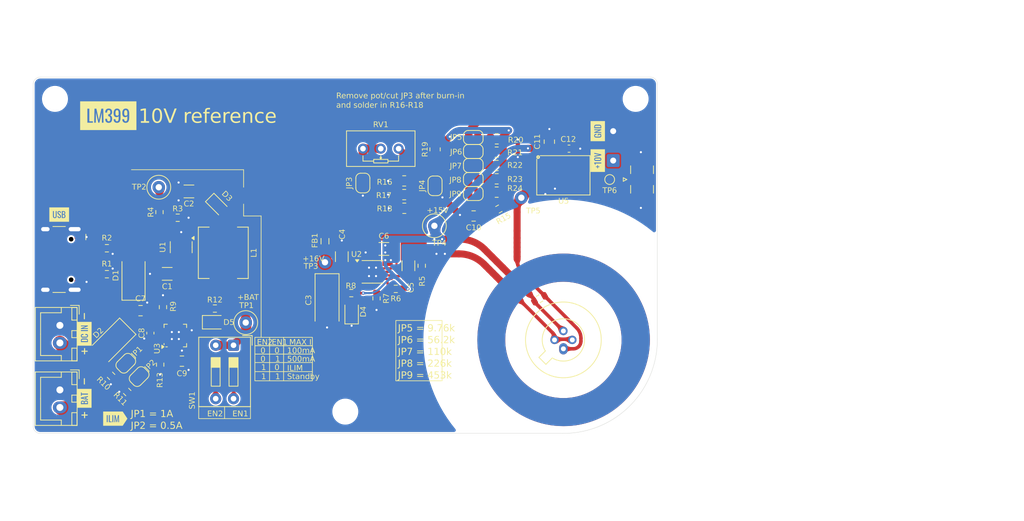
<source format=kicad_pcb>
(kicad_pcb
	(version 20241229)
	(generator "pcbnew")
	(generator_version "9.0")
	(general
		(thickness 1.6)
		(legacy_teardrops no)
	)
	(paper "A4")
	(layers
		(0 "F.Cu" signal)
		(2 "B.Cu" signal)
		(9 "F.Adhes" user "F.Adhesive")
		(11 "B.Adhes" user "B.Adhesive")
		(13 "F.Paste" user)
		(15 "B.Paste" user)
		(5 "F.SilkS" user "F.Silkscreen")
		(7 "B.SilkS" user "B.Silkscreen")
		(1 "F.Mask" user)
		(3 "B.Mask" user)
		(17 "Dwgs.User" user "User.Drawings")
		(19 "Cmts.User" user "User.Comments")
		(21 "Eco1.User" user "User.Eco1")
		(23 "Eco2.User" user "User.Eco2")
		(25 "Edge.Cuts" user)
		(27 "Margin" user)
		(31 "F.CrtYd" user "F.Courtyard")
		(29 "B.CrtYd" user "B.Courtyard")
		(35 "F.Fab" user)
		(33 "B.Fab" user)
		(39 "User.1" user)
		(41 "User.2" user)
		(43 "User.3" user)
		(45 "User.4" user)
	)
	(setup
		(stackup
			(layer "F.SilkS"
				(type "Top Silk Screen")
			)
			(layer "F.Paste"
				(type "Top Solder Paste")
			)
			(layer "F.Mask"
				(type "Top Solder Mask")
				(thickness 0.01)
			)
			(layer "F.Cu"
				(type "copper")
				(thickness 0.035)
			)
			(layer "dielectric 1"
				(type "core")
				(thickness 1.51)
				(material "FR4")
				(epsilon_r 4.5)
				(loss_tangent 0.02)
			)
			(layer "B.Cu"
				(type "copper")
				(thickness 0.035)
			)
			(layer "B.Mask"
				(type "Bottom Solder Mask")
				(thickness 0.01)
			)
			(layer "B.Paste"
				(type "Bottom Solder Paste")
			)
			(layer "B.SilkS"
				(type "Bottom Silk Screen")
			)
			(copper_finish "None")
			(dielectric_constraints no)
		)
		(pad_to_mask_clearance 0)
		(allow_soldermask_bridges_in_footprints no)
		(tenting front back)
		(grid_origin 38.2 89.55)
		(pcbplotparams
			(layerselection 0x00000000_00000000_55555555_5755f5ff)
			(plot_on_all_layers_selection 0x00000000_00000000_00000000_00000000)
			(disableapertmacros no)
			(usegerberextensions no)
			(usegerberattributes yes)
			(usegerberadvancedattributes yes)
			(creategerberjobfile yes)
			(dashed_line_dash_ratio 12.000000)
			(dashed_line_gap_ratio 3.000000)
			(svgprecision 4)
			(plotframeref no)
			(mode 1)
			(useauxorigin no)
			(hpglpennumber 1)
			(hpglpenspeed 20)
			(hpglpendiameter 15.000000)
			(pdf_front_fp_property_popups yes)
			(pdf_back_fp_property_popups yes)
			(pdf_metadata yes)
			(pdf_single_document no)
			(dxfpolygonmode yes)
			(dxfimperialunits yes)
			(dxfusepcbnewfont yes)
			(psnegative no)
			(psa4output no)
			(plot_black_and_white yes)
			(sketchpadsonfab no)
			(plotpadnumbers no)
			(hidednponfab no)
			(sketchdnponfab yes)
			(crossoutdnponfab yes)
			(subtractmaskfromsilk no)
			(outputformat 1)
			(mirror no)
			(drillshape 1)
			(scaleselection 1)
			(outputdirectory "")
		)
	)
	(net 0 "")
	(net 1 "GND")
	(net 2 "VDD")
	(net 3 "Net-(D3-K)")
	(net 4 "+16V")
	(net 5 "Net-(U2-SET)")
	(net 6 "+15V")
	(net 7 "VCC")
	(net 8 "+BATT")
	(net 9 "Net-(C10-Pad1)")
	(net 10 "Net-(D1-A)")
	(net 11 "Net-(D2-A)")
	(net 12 "Net-(D3-A)")
	(net 13 "Net-(D4-A)")
	(net 14 "Net-(D5-A)")
	(net 15 "Net-(D5-K)")
	(net 16 "unconnected-(J1-D+-PadA6)")
	(net 17 "Net-(J1-CC1)")
	(net 18 "unconnected-(J1-D--PadB7)")
	(net 19 "unconnected-(J1-D+-PadB6)")
	(net 20 "unconnected-(J1-SBU1-PadA8)")
	(net 21 "Net-(J1-CC2)")
	(net 22 "unconnected-(J1-SBU2-PadB8)")
	(net 23 "unconnected-(J1-D--PadA7)")
	(net 24 "+10V")
	(net 25 "Net-(JP1-B)")
	(net 26 "Net-(JP1-A)")
	(net 27 "Net-(JP2-A)")
	(net 28 "Net-(JP3-A)")
	(net 29 "Net-(JP4-B)")
	(net 30 "Net-(JP5-B)")
	(net 31 "Net-(JP6-A)")
	(net 32 "Net-(JP7-A)")
	(net 33 "Net-(JP8-A)")
	(net 34 "Net-(JP9-A)")
	(net 35 "Net-(U1-FB)")
	(net 36 "Net-(U2-PGFB)")
	(net 37 "Net-(U3-ILIM)")
	(net 38 "Net-(U3-TS)")
	(net 39 "Net-(U5-+)")
	(net 40 "Net-(U5--)")
	(net 41 "Net-(U3-EN1)")
	(net 42 "Net-(U3-EN2)")
	(net 43 "unconnected-(U1-OC-Pad6)")
	(net 44 "unconnected-(U3-~{PGOOD}-Pad7)")
	(net 45 "unconnected-(U3-ITERM-Pad15)")
	(net 46 "unconnected-(U5-OFF-Pad8)")
	(net 47 "unconnected-(U5-OFF-Pad1)")
	(net 48 "unconnected-(U5-NC-Pad5)")
	(footprint "Resistor_SMD:R_0805_2012Metric" (layer "F.Cu") (at 92.1125 57.45))
	(footprint "Capacitor_SMD:C_1206_3216Metric" (layer "F.Cu") (at 92.7 65.65 90))
	(footprint "Resistor_SMD:R_0603_1608Metric" (layer "F.Cu") (at 88.15 70.3 -90))
	(footprint "Package_DFN_QFN:VQFN-16-1EP_3x3mm_P0.5mm_EP1.6x1.6mm_ThermalVias" (layer "F.Cu") (at 59.4625 75.6 90))
	(footprint "LED_SMD:LED_0805_2012Metric" (layer "F.Cu") (at 84.6 72.25 90))
	(footprint "Jumper:SolderJumper-2_P1.3mm_Open_RoundedPad1.0x1.5mm" (layer "F.Cu") (at 101.95 51.35 180))
	(footprint "kibuzzard-68B1BEED" (layer "F.Cu") (at 42.9 58.35))
	(footprint "Resistor_SMD:R_0603_1608Metric" (layer "F.Cu") (at 50.3 81.35 -45))
	(footprint "TestPoint:TestPoint_Loop_D2.60mm_Drill0.9mm_Beaded" (layer "F.Cu") (at 108.800707 55.95))
	(footprint "Jumper:SolderJumper-2_P1.3mm_Bridged_RoundedPad1.0x1.5mm" (layer "F.Cu") (at 101.95 47.35))
	(footprint "Resistor_SMD:R_0603_1608Metric" (layer "F.Cu") (at 94.6 65.65 90))
	(footprint "Diode_SMD:D_SMA" (layer "F.Cu") (at 50.2 76.75 -135))
	(footprint "Inductor_SMD:L_APV_APH0630" (layer "F.Cu") (at 66.3 63.8 90))
	(footprint "Inductor_SMD:L_0805_2012Metric" (layer "F.Cu") (at 80.8 62.15 -90))
	(footprint "Jumper:SolderJumper-2_P1.3mm_Open_RoundedPad1.0x1.5mm" (layer "F.Cu") (at 101.95 55.35 180))
	(footprint "Resistor_SMD:R_0603_1608Metric" (layer "F.Cu") (at 105.6 57.55 -151))
	(footprint "Resistor_SMD:R_0603_1608Metric" (layer "F.Cu") (at 57.3 79.75 -90))
	(footprint "MountingHole:MountingHole_3.2mm_M3_ISO14580" (layer "F.Cu") (at 125.1 41.85))
	(footprint "TestPoint:TestPoint_Loop_D2.60mm_Drill0.9mm_Beaded" (layer "F.Cu") (at 57.1 54.45))
	(footprint "Jumper:SolderJumper-2_P1.3mm_Bridged_RoundedPad1.0x1.5mm" (layer "F.Cu") (at 86.2 53.85 -90))
	(footprint "Capacitor_SMD:C_1206_3216Metric" (layer "F.Cu") (at 58.3 66.8 180))
	(footprint "kibuzzard-68B1BFE7" (layer "F.Cu") (at 49.9 44.25))
	(footprint "Resistor_SMD:R_0603_1608Metric" (layer "F.Cu") (at 52.6 83.65 135))
	(footprint "TestPoint:TestPoint_Pad_D1.0mm" (layer "F.Cu") (at 121.4 53.35))
	(footprint "Package_TO_SOT_THT:Analog_TO-46-4_ThermalShield"
		(layer "F.Cu")
		(uuid "53b9947c-ef0d-4d9b-98be-dbb565e35f00")
		(at 114.8 77.49 90)
		(descr "TO-46-4 with Valox case, based on https://www.analog.com/media/en/technical-documentation/data-sheets/199399fc.pdf")
		(tags "TO-46-4 LM399")
		(property "Reference" "U4"
			(at -0.26 -6.57 90)
			(layer "F.SilkS")
			(hide yes)
			(uuid "4242cb4a-4e9c-4883-a1c5-d5d57939263d")
			(effects
				(font
					(face "Oswald")
					(size 0.8 0.8)
					(thickness 0.15)
				)
			)
			(render_cache "U4" 90
				(polygon
					(pts
						(xy 108.572062 78.019839) (xy 108.56723 78.082334) (xy 108.554095 78.130823) (xy 108.534009 78.168241)
						(xy 108.50558 78.199749) (xy 108.470497 78.224112) (xy 108.427617 78.241611) (xy 108.381613 78.252208)
						(xy 108.325091 78.259196) (xy 108.256256 78.261737) (xy 107.654784 78.261737) (xy 107.654784 78.140788)
						(xy 108.261825 78.140788) (xy 108.330828 78.137546) (xy 108.381846 78.129019) (xy 108.418678 78.116706)
						(xy 108.441735 78.102023) (xy 108.458156 78.081896) (xy 108.46859 78.055194) (xy 108.472411 78.019839)
						(xy 108.468589 77.984457) (xy 108.458153 77.95774) (xy 108.441732 77.937606) (xy 108.418678 77.922923)
						(xy 108.381846 77.91061) (xy 108.330828 77.902083) (xy 108.261825 77.898841) (xy 107.654784 77.898841)
						(xy 107.654784 77.779015) (xy 108.256256 77.779015) (xy 108.325089 77.781562) (xy 108.381611 77.788567)
						(xy 108.427617 77.79919) (xy 108.470537 77.816621) (xy 108.505617 77.840799) (xy 108.534009 77.871974)
						(xy 108.554071 77.909027) (xy 108.567217 77.957309)
					)
				)
				(polygon
					(pts
						(xy 108.318978 77.294144) (xy 108.562 77.294144) (xy 108.562 77.408401) (xy 108.318978 77.408401)
						(xy 108.318978 77.671597) (xy 108.193535 77.671597) (xy 107.654784 77.435268) (xy 107.654784 77.408401)
						(xy 107.800401 77.408401) (xy 108.212537 77.556217) (xy 108.212537 77.408401) (xy 107.800401 77.408401)
						(xy 107.654784 77.408401) (xy 107.654784 77.294144) (xy 108.212537 77.294144) (xy 108.212537 77.192246)
						(xy 108.318978 77.192246)
					)
				)
			)
		)
		(property "Value" "LM399"
			(at 1.27 3.556 90)
			(layer "F.Fab")
			(uuid "ba45793c-01c1-4173-8f55-8aaec25bae45")
			(effects
				(font
					(size 1 1)
					(thickness 0.15)
				)
			)
		)
		(property "Datasheet" "https://www.analog.com/media/en/technical-documentation/data-sheets/199399fc.pdf"
			(at 0 0 90)
			(unlocked yes)
			(layer "F.Fab")
			(hide yes)
			(uuid "113613dc-44f2-48a5-8c26-e29365f008ca")
			(effects
				(font
					(size 1.27 1.27)
					(thickness 0.15)
				)
			)
		)
		(property "Description" "Precision Reference, 6.95V, Buried Zener Diode with Thermal Shielding Can, TO-46-4"
			(at 0 0 90)
			(unlocked yes)
			(layer "F.Fab")
			(hide yes)
			(uuid "dbe88b7d-bcc0-4f1f-9df6-50f52ef96b06")
			(effects
				(font
					(size 1.27 1.27)
					(thickness 0.15)
				)
			)
		)
		(property ki_fp_filters "Analog*TO?46*")
		(path "/02a25646-b344-4d09-9dc8-8b8d8f831bee")
		(sheetname "/")
		(sheetfile "lm399.kicad_sch")
		(attr through_hole)
		(fp_line
			(start -1.224499 -3.484448)
			(end -2.214448 -2.494499)
			(stroke
				(width 0.12)
				(type solid)
			)
			(layer "F.SilkS")
			(uuid "c1bc6d63-c7a9-4844-817b-85246aa57966")
		)
		(fp_line
			(start -0.312331 -2.572281)
			(end -1.224499 -3.484448)
			(stroke
				(width 0.12)
				(type solid)
			)
			(layer "F.SilkS")
			(uuid "ed902923-89a0-4e73-a798-8fe37d64b19d")
		)
		(fp_line
			(start -2.214448 -2.494499)
			(end -1.302281 -1.582331)
			(stroke
				(width 0.12)
				(type solid)
			)
			(layer "F.SilkS")
			(uuid "93f39aa7-1f21-4662-9236-db1066bcd632")
		)
		(fp_arc
			(start -0.312331 -2.572281)
			(mid 3.405374 2.135551)
			(end -1.30215 -1.582544)
			(stroke
				(width 0.12)
				(type solid)
			)
			(layer "F.SilkS")
			(uuid "67d751ca-8917-465b-9069-9f08a64da9eb")
		)
		(fp_circle
			(center 1.27 0)
			(end 6.67 0)
			(stroke
				(width 0.12)
				(type solid)
			)
			(fill no)
			(layer "F.SilkS")
			(uuid "a95b389d-747b-46b2-aa2a-5d957665eb8c")
		)
		(fp_circle
			(center 1.27 0)
			(end 7.27 0)
			(stroke
				(width 0.05)
				(type solid)
			)
			(fill no)
			(layer "F.CrtYd")
			(uuid "9a68cee3-c839-4b97-ab35-e2cd82a191ee")
		)
		(fp_line
			(start -1.156372 -3.246616)
			(end -1.976616 -2.426372)
			(stroke
				(width 0.1)
				(type solid)
			)
			(layer "F.Fab")
			(uuid "17fd0df0-b156-4fb0-ac41-84e257bd20cf")
		)
		(fp_line
			(start -1.976616 -2.426372)
			(end -1.149301 -1.599057)
			(stroke
				(width 0.1)
				(type solid)
			)
			(layer "F.Fab")
			(uuid "c180e8a0-d7b0-4afe-909b-923124b77f90")
		)
		(fp_line
			(start -0.329057 -2.419301)
			(end -1.156372 -3.246616)
			(stroke
				(width 0.1)
				(type solid)
			)
			(layer "F.Fab")
			(uuid "1b822cbf-d890-4946-9a58-514d60ae82dd")
		)
		(fp_arc
			(start -0.329057 -2.419301)
			(mid 3.321076 2.050143)
			(end -1.150029 -1.597956)
			(stroke
				(width 0.1)
				(type solid)
			)
			(layer "F.Fab")
			(uuid "86bfdf0a-9c96-4db7-a9eb-cbd5d8038dae")
		)
		(fp_circle
			(center 1.27 0)
			(end 6.477 0)
			(stroke
				(width 0.1)
				(type solid)
			)
			(fill no)
			(layer "F.Fab")
			(uuid "f3bbbd1d-735e-4bb8-bb01-cea542beb377")
		)
		(fp_text user "${REFERENCE}"
			(at 1.25 0 90)
			(layer "F.Fab")
			(uuid "72974964-d4c4-4787-b667-6734fd86248a")
			(effects
				(font
					(size 1 1)
					(thickness 0.15)
				)
			)
		)
		(fp_text user "REF**"
			(at 2.032 -6.477 90)
			(layer "F.Fab")
			(uuid "d938c0c8-5040-4368-80a0-6973d80cf7af")
			(effects
				(font
					(size 1 1)
					(thickness 0.15)
				)
			)
		)
		(pad "1" thru_hole oval
			(at 0 0 90)
			(size 1.6 1.2)
			(drill 0.7)
			(layers "*.Cu" "*.Mask")
			(remove_unused_layers no)
			(net 39 "Net-(U5-+)")
			(pintype "passive")
			(teardrops
				(best_length_ratio 0.5)
				(max_length 1)
				(best_width_ratio 1)
				(max_width 2)
				(curved_edges yes)
				(filter_ratio 0.9)
				(enabled yes)
				(allow_two_segments yes)
				(prefer_zone_connections yes)
			)
			(uuid "a3b828e1-4664-4213-b5d5-013f16399c61")
		)
		(pad "2" thru_hole circle
			(at 1.27 1.27 90)
			(size 1.2 1.2)
			(drill 0.7)
			(layers "*.Cu" "*.Mask")
			(remove_unused_layers no)
			(net 1 "GND")
			(pintype "passive")
			(teardrops
				(best_length_ratio 0.5)
				(max_length 1)
				(best_width_ratio 1)
				(max_width 2)
				(curved_edges yes)
				(filter_ratio 0.9)
				(enabled yes)
				(allow_two_segments yes)
				(prefer_zone_connections yes)
			)
			(uuid "3846511c-b6ee-485a-82c7-e4fe9584e998")
		)
		(pad "3" thru_hole circle
			(at 2.54 0 90)
			(size 1.2 1.2)
			(drill 0.7)
			(layers "*.Cu" "*.Mask")
			(remove_unused_layers no)
			(net 6 "+15V")
			(pintype "power_in")
			(teardrops
				(b
... [1032198 chars truncated]
</source>
